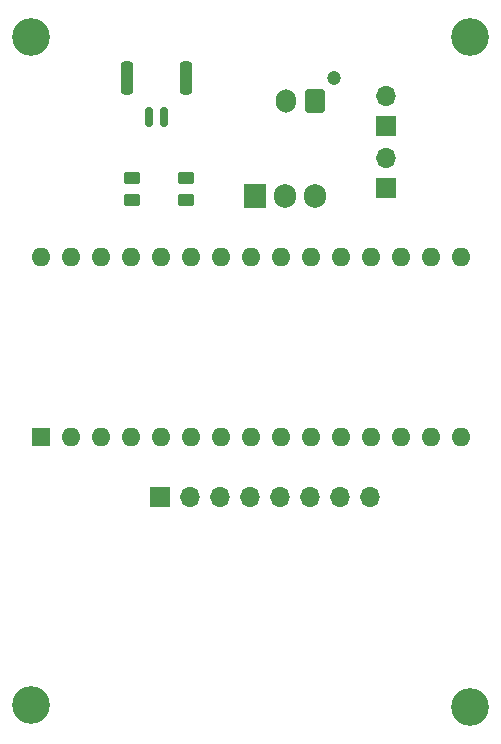
<source format=gbr>
%TF.GenerationSoftware,KiCad,Pcbnew,8.0.5*%
%TF.CreationDate,2024-11-28T22:16:39+01:00*%
%TF.ProjectId,hotendheater,686f7465-6e64-4686-9561-7465722e6b69,rev?*%
%TF.SameCoordinates,Original*%
%TF.FileFunction,Soldermask,Top*%
%TF.FilePolarity,Negative*%
%FSLAX46Y46*%
G04 Gerber Fmt 4.6, Leading zero omitted, Abs format (unit mm)*
G04 Created by KiCad (PCBNEW 8.0.5) date 2024-11-28 22:16:39*
%MOMM*%
%LPD*%
G01*
G04 APERTURE LIST*
G04 Aperture macros list*
%AMRoundRect*
0 Rectangle with rounded corners*
0 $1 Rounding radius*
0 $2 $3 $4 $5 $6 $7 $8 $9 X,Y pos of 4 corners*
0 Add a 4 corners polygon primitive as box body*
4,1,4,$2,$3,$4,$5,$6,$7,$8,$9,$2,$3,0*
0 Add four circle primitives for the rounded corners*
1,1,$1+$1,$2,$3*
1,1,$1+$1,$4,$5*
1,1,$1+$1,$6,$7*
1,1,$1+$1,$8,$9*
0 Add four rect primitives between the rounded corners*
20,1,$1+$1,$2,$3,$4,$5,0*
20,1,$1+$1,$4,$5,$6,$7,0*
20,1,$1+$1,$6,$7,$8,$9,0*
20,1,$1+$1,$8,$9,$2,$3,0*%
G04 Aperture macros list end*
%ADD10C,3.200000*%
%ADD11R,1.700000X1.700000*%
%ADD12O,1.700000X1.700000*%
%ADD13RoundRect,0.250000X0.450000X-0.262500X0.450000X0.262500X-0.450000X0.262500X-0.450000X-0.262500X0*%
%ADD14R,1.905000X2.000000*%
%ADD15O,1.905000X2.000000*%
%ADD16RoundRect,0.150000X-0.150000X-0.700000X0.150000X-0.700000X0.150000X0.700000X-0.150000X0.700000X0*%
%ADD17RoundRect,0.250000X-0.250000X-1.150000X0.250000X-1.150000X0.250000X1.150000X-0.250000X1.150000X0*%
%ADD18C,1.200000*%
%ADD19RoundRect,0.250000X0.600000X0.750000X-0.600000X0.750000X-0.600000X-0.750000X0.600000X-0.750000X0*%
%ADD20O,1.700000X2.000000*%
%ADD21R,1.600000X1.600000*%
%ADD22O,1.600000X1.600000*%
G04 APERTURE END LIST*
D10*
%TO.C,H4*%
X147600000Y-121800000D03*
%TD*%
%TO.C,H3*%
X147600000Y-65000000D03*
%TD*%
%TO.C,H2*%
X110400000Y-121600000D03*
%TD*%
%TO.C,H1*%
X110400000Y-65000000D03*
%TD*%
D11*
%TO.C,J5*%
X140500000Y-72540000D03*
D12*
X140500000Y-70000000D03*
%TD*%
D11*
%TO.C,J4*%
X140500000Y-77790000D03*
D12*
X140500000Y-75250000D03*
%TD*%
D13*
%TO.C,R2*%
X119000000Y-78825000D03*
X119000000Y-77000000D03*
%TD*%
%TO.C,R1*%
X123500000Y-78825000D03*
X123500000Y-77000000D03*
%TD*%
D14*
%TO.C,Q1*%
X129420000Y-78500000D03*
D15*
X131960000Y-78500000D03*
X134500000Y-78500000D03*
%TD*%
D11*
%TO.C,J3*%
X121340000Y-104000000D03*
D12*
X123880000Y-104000000D03*
X126420000Y-104000000D03*
X128960000Y-104000000D03*
X131500000Y-104000000D03*
X134040000Y-104000000D03*
X136580000Y-104000000D03*
X139120000Y-104000000D03*
%TD*%
D16*
%TO.C,J2*%
X120400000Y-71850000D03*
X121650000Y-71850000D03*
D17*
X118550000Y-68500000D03*
X123500000Y-68500000D03*
%TD*%
D18*
%TO.C,J1*%
X136100000Y-68500000D03*
D19*
X134500000Y-70500000D03*
D20*
X132000000Y-70500000D03*
%TD*%
D21*
%TO.C,A1*%
X111252000Y-98933000D03*
D22*
X113792000Y-98933000D03*
X116332000Y-98933000D03*
X118872000Y-98933000D03*
X121412000Y-98933000D03*
X123952000Y-98933000D03*
X126492000Y-98933000D03*
X129032000Y-98933000D03*
X131572000Y-98933000D03*
X134112000Y-98933000D03*
X136652000Y-98933000D03*
X139192000Y-98933000D03*
X141732000Y-98933000D03*
X144272000Y-98933000D03*
X146812000Y-98933000D03*
X146812000Y-83693000D03*
X144272000Y-83693000D03*
X141732000Y-83693000D03*
X139192000Y-83693000D03*
X136652000Y-83693000D03*
X134112000Y-83693000D03*
X131572000Y-83693000D03*
X129032000Y-83693000D03*
X126492000Y-83693000D03*
X123952000Y-83693000D03*
X121412000Y-83693000D03*
X118872000Y-83693000D03*
X116332000Y-83693000D03*
X113792000Y-83693000D03*
X111252000Y-83693000D03*
%TD*%
M02*

</source>
